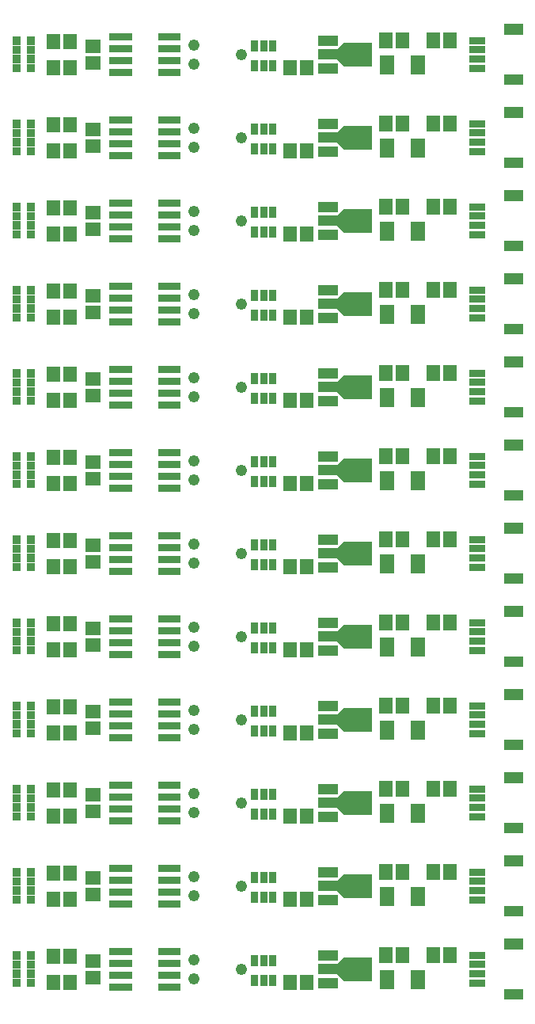
<source format=gbr>
G04 start of page 7 for group -4063 idx -4063 *
G04 Title: (unknown), componentmask *
G04 Creator: pcb 20140316 *
G04 CreationDate: Thu 20 Aug 2020 02:40:32 AM GMT UTC *
G04 For: railfan *
G04 Format: Gerber/RS-274X *
G04 PCB-Dimensions (mil): 2400.00 4300.00 *
G04 PCB-Coordinate-Origin: lower left *
%MOIN*%
%FSLAX25Y25*%
%LNTOPMASK*%
%ADD57R,0.0444X0.0444*%
%ADD56R,0.0296X0.0296*%
%ADD55R,0.1005X0.1005*%
%ADD54R,0.0438X0.0438*%
%ADD53R,0.0610X0.0610*%
%ADD52C,0.0001*%
%ADD51R,0.0300X0.0300*%
%ADD50R,0.0572X0.0572*%
%ADD49C,0.0490*%
G54D49*X109000Y302500D03*
Y267500D03*
Y232500D03*
Y197500D03*
X89000Y306500D03*
Y298500D03*
Y271500D03*
Y263500D03*
Y236500D03*
Y228500D03*
Y201500D03*
Y193500D03*
X109000Y372500D03*
X89000Y376500D03*
Y368500D03*
X109000Y337500D03*
X89000Y341500D03*
X109000Y407500D03*
X89000Y411500D03*
Y403500D03*
Y333500D03*
X109000Y162500D03*
Y127500D03*
Y92500D03*
Y57500D03*
X89000Y166500D03*
Y158500D03*
Y131500D03*
Y123500D03*
Y96500D03*
Y88500D03*
Y61500D03*
Y53500D03*
X109000Y22500D03*
X89000Y26500D03*
Y18500D03*
G54D50*X46107Y403957D02*X46893D01*
X46107Y411043D02*X46893D01*
X37043Y402393D02*Y401607D01*
Y413393D02*Y412607D01*
G54D51*X55000Y400000D02*X61500D01*
X55000Y415000D02*X61500D01*
X55000Y410000D02*X61500D01*
X55000Y405000D02*X61500D01*
G54D50*X29957Y402393D02*Y401607D01*
Y413393D02*Y412607D01*
G54D52*G36*
X18774Y403490D02*Y400054D01*
X22210D01*
Y403490D01*
X18774D01*
G37*
G36*
Y407308D02*Y403874D01*
X22210D01*
Y407308D01*
X18774D01*
G37*
G36*
Y411127D02*Y407692D01*
X22210D01*
Y411127D01*
X18774D01*
G37*
G36*
Y414946D02*Y411510D01*
X22210D01*
Y414946D01*
X18774D01*
G37*
G36*
X12790D02*Y411510D01*
X16226D01*
Y414946D01*
X12790D01*
G37*
G36*
Y411127D02*Y407692D01*
X16226D01*
Y411127D01*
X12790D01*
G37*
G36*
Y407308D02*Y403874D01*
X16226D01*
Y407308D01*
X12790D01*
G37*
G36*
Y403490D02*Y400054D01*
X16226D01*
Y403490D01*
X12790D01*
G37*
G54D50*X29957Y378393D02*Y377607D01*
X37043Y378393D02*Y377607D01*
X29957Y367393D02*Y366607D01*
G54D52*G36*
X18774Y368490D02*Y365054D01*
X22210D01*
Y368490D01*
X18774D01*
G37*
G36*
Y372308D02*Y368874D01*
X22210D01*
Y372308D01*
X18774D01*
G37*
G36*
Y376126D02*Y372692D01*
X22210D01*
Y376126D01*
X18774D01*
G37*
G36*
Y379946D02*Y376510D01*
X22210D01*
Y379946D01*
X18774D01*
G37*
G36*
X12790D02*Y376510D01*
X16226D01*
Y379946D01*
X12790D01*
G37*
G36*
Y376126D02*Y372692D01*
X16226D01*
Y376126D01*
X12790D01*
G37*
G36*
Y372308D02*Y368874D01*
X16226D01*
Y372308D01*
X12790D01*
G37*
G36*
Y368490D02*Y365054D01*
X16226D01*
Y368490D01*
X12790D01*
G37*
G54D51*X122400Y411800D02*Y410200D01*
X118500Y411800D02*Y410200D01*
X114600Y411800D02*Y410200D01*
Y403600D02*Y402000D01*
X118500Y403600D02*Y402000D01*
X122400Y403600D02*Y402000D01*
G54D50*X136543Y402393D02*Y401607D01*
X129457Y402393D02*Y401607D01*
G54D51*X75500Y400000D02*X82000D01*
X75500Y405000D02*X82000D01*
X75500Y410000D02*X82000D01*
X75500Y415000D02*X82000D01*
X114600Y368600D02*Y367000D01*
X118500Y368600D02*Y367000D01*
X122400Y368600D02*Y367000D01*
G54D50*X136543Y367393D02*Y366607D01*
X129457Y367393D02*Y366607D01*
G54D51*X122400Y376800D02*Y375200D01*
X118500Y376800D02*Y375200D01*
X114600Y376800D02*Y375200D01*
X75500Y365000D02*X82000D01*
X75500Y370000D02*X82000D01*
X75500Y375000D02*X82000D01*
X75500Y380000D02*X82000D01*
G54D50*X46107Y368957D02*X46893D01*
X46107Y376043D02*X46893D01*
X37043Y367393D02*Y366607D01*
G54D51*X55000Y370000D02*X61500D01*
X55000Y365000D02*X61500D01*
X55000Y380000D02*X61500D01*
X55000Y375000D02*X61500D01*
G54D50*X46107Y333957D02*X46893D01*
X29957Y332393D02*Y331607D01*
X37043Y332393D02*Y331607D01*
X46107Y341043D02*X46893D01*
X29957Y343393D02*Y342607D01*
X37043Y343393D02*Y342607D01*
G54D51*X55000Y345000D02*X61500D01*
X55000Y340000D02*X61500D01*
X55000Y335000D02*X61500D01*
X55000Y330000D02*X61500D01*
G54D52*G36*
X18774Y333490D02*Y330054D01*
X22210D01*
Y333490D01*
X18774D01*
G37*
G36*
Y337308D02*Y333874D01*
X22210D01*
Y337308D01*
X18774D01*
G37*
G36*
Y341126D02*Y337692D01*
X22210D01*
Y341126D01*
X18774D01*
G37*
G36*
Y344946D02*Y341510D01*
X22210D01*
Y344946D01*
X18774D01*
G37*
G36*
X12790D02*Y341510D01*
X16226D01*
Y344946D01*
X12790D01*
G37*
G36*
Y341126D02*Y337692D01*
X16226D01*
Y341126D01*
X12790D01*
G37*
G36*
Y337308D02*Y333874D01*
X16226D01*
Y337308D01*
X12790D01*
G37*
G36*
Y333490D02*Y330054D01*
X16226D01*
Y333490D01*
X12790D01*
G37*
G54D53*X183500Y404000D02*Y402000D01*
X170500Y404000D02*Y402000D01*
X183500Y369000D02*Y367000D01*
X170500Y369000D02*Y367000D01*
G54D50*X177043Y378893D02*Y378107D01*
X169957Y413893D02*Y413107D01*
X177043Y413893D02*Y413107D01*
X189957Y413893D02*Y413107D01*
X197043Y413893D02*Y413107D01*
X189957Y378893D02*Y378107D01*
G54D54*X143516Y413406D02*X147610D01*
X143516Y407500D02*X155326D01*
G54D55*X157060D02*X158950D01*
G54D52*G36*
X149071Y409385D02*X152335Y412649D01*
X154179Y410805D01*
X150915Y407541D01*
X149071Y409385D01*
G37*
G36*
X150915Y407459D02*X154179Y404195D01*
X152335Y402351D01*
X149071Y405615D01*
X150915Y407459D01*
G37*
G54D54*X143516Y401594D02*X147610D01*
G54D56*X206630Y401594D02*X210370D01*
G54D57*X222132Y396919D02*X225380D01*
G54D56*X206630Y405531D02*X210370D01*
X206630Y409469D02*X210370D01*
X206630Y413406D02*X210370D01*
G54D57*X222132Y418081D02*X225380D01*
G54D56*X206630Y366594D02*X210370D01*
X206630Y370531D02*X210370D01*
X206630Y374469D02*X210370D01*
X206630Y378406D02*X210370D01*
G54D57*X222132Y361919D02*X225380D01*
X222132Y383081D02*X225380D01*
G54D54*X143516Y378406D02*X147610D01*
X143516Y372500D02*X155326D01*
G54D55*X157060D02*X158950D01*
G54D52*G36*
X149071Y374385D02*X152335Y377649D01*
X154179Y375805D01*
X150915Y372541D01*
X149071Y374385D01*
G37*
G36*
X150915Y372459D02*X154179Y369195D01*
X152335Y367351D01*
X149071Y370615D01*
X150915Y372459D01*
G37*
G54D54*X143516Y366594D02*X147610D01*
X143516Y343406D02*X147610D01*
X143516Y337500D02*X155326D01*
G54D55*X157060D02*X158950D01*
G54D52*G36*
X149071Y339385D02*X152335Y342649D01*
X154179Y340805D01*
X150915Y337541D01*
X149071Y339385D01*
G37*
G36*
X150915Y337459D02*X154179Y334195D01*
X152335Y332351D01*
X149071Y335615D01*
X150915Y337459D01*
G37*
G54D54*X143516Y331594D02*X147610D01*
G54D50*X169957Y378893D02*Y378107D01*
G54D53*X170500Y299000D02*Y297000D01*
G54D50*X169957Y308893D02*Y308107D01*
G54D53*X170500Y264000D02*Y262000D01*
G54D50*X169957Y273893D02*Y273107D01*
X197043Y378893D02*Y378107D01*
Y308893D02*Y308107D01*
G54D53*X183500Y334000D02*Y332000D01*
X170500Y334000D02*Y332000D01*
G54D50*X169957Y343893D02*Y343107D01*
X177043Y343893D02*Y343107D01*
X189957Y343893D02*Y343107D01*
X197043Y343893D02*Y343107D01*
G54D53*X183500Y299000D02*Y297000D01*
G54D50*X177043Y308893D02*Y308107D01*
X189957Y308893D02*Y308107D01*
G54D53*X183500Y264000D02*Y262000D01*
G54D50*X177043Y273893D02*Y273107D01*
X189957Y273893D02*Y273107D01*
X197043Y273893D02*Y273107D01*
G54D56*X206630Y331594D02*X210370D01*
X206630Y335531D02*X210370D01*
X206630Y339469D02*X210370D01*
X206630Y343406D02*X210370D01*
G54D57*X222132Y326919D02*X225380D01*
X222132Y348081D02*X225380D01*
G54D56*X206630Y308406D02*X210370D01*
G54D54*X143516Y308406D02*X147610D01*
X143516Y302500D02*X155326D01*
G54D55*X157060D02*X158950D01*
G54D52*G36*
X149071Y304385D02*X152335Y307649D01*
X154179Y305805D01*
X150915Y302541D01*
X149071Y304385D01*
G37*
G36*
X150915Y302459D02*X154179Y299195D01*
X152335Y297351D01*
X149071Y300615D01*
X150915Y302459D01*
G37*
G54D54*X143516Y296594D02*X147610D01*
G54D56*X206630Y296594D02*X210370D01*
X206630Y261594D02*X210370D01*
X206630Y265531D02*X210370D01*
X206630Y269469D02*X210370D01*
X206630Y273406D02*X210370D01*
X206630Y300531D02*X210370D01*
X206630Y304469D02*X210370D01*
G54D57*X222132Y291919D02*X225380D01*
X222132Y313081D02*X225380D01*
X222132Y256919D02*X225380D01*
X222132Y278081D02*X225380D01*
G54D54*X143516Y273406D02*X147610D01*
X143516Y267500D02*X155326D01*
G54D55*X157060D02*X158950D01*
G54D52*G36*
X149071Y269385D02*X152335Y272649D01*
X154179Y270805D01*
X150915Y267541D01*
X149071Y269385D01*
G37*
G36*
X150915Y267459D02*X154179Y264195D01*
X152335Y262351D01*
X149071Y265615D01*
X150915Y267459D01*
G37*
G54D54*X143516Y261594D02*X147610D01*
X143516Y238406D02*X147610D01*
X143516Y232500D02*X155326D01*
X143516Y226594D02*X147610D01*
G54D55*X157060Y232500D02*X158950D01*
G54D52*G36*
X149071Y234385D02*X152335Y237649D01*
X154179Y235805D01*
X150915Y232541D01*
X149071Y234385D01*
G37*
G36*
X150915Y232459D02*X154179Y229195D01*
X152335Y227351D01*
X149071Y230615D01*
X150915Y232459D01*
G37*
G54D53*X183500Y229000D02*Y227000D01*
G54D50*X189957Y238893D02*Y238107D01*
X197043Y238893D02*Y238107D01*
G54D53*X183500Y194000D02*Y192000D01*
G54D50*X189957Y203893D02*Y203107D01*
X197043Y203893D02*Y203107D01*
G54D53*X170500Y229000D02*Y227000D01*
G54D50*X169957Y238893D02*Y238107D01*
X177043Y238893D02*Y238107D01*
G54D53*X170500Y194000D02*Y192000D01*
G54D50*X169957Y203893D02*Y203107D01*
X177043Y203893D02*Y203107D01*
G54D54*X143516Y203406D02*X147610D01*
X143516Y197500D02*X155326D01*
G54D55*X157060D02*X158950D01*
G54D52*G36*
X149071Y199385D02*X152335Y202649D01*
X154179Y200805D01*
X150915Y197541D01*
X149071Y199385D01*
G37*
G36*
X150915Y197459D02*X154179Y194195D01*
X152335Y192351D01*
X149071Y195615D01*
X150915Y197459D01*
G37*
G54D54*X143516Y191594D02*X147610D01*
G54D56*X206630Y226594D02*X210370D01*
X206630Y230531D02*X210370D01*
G54D57*X222132Y221919D02*X225380D01*
G54D56*X206630Y234469D02*X210370D01*
X206630Y238406D02*X210370D01*
X206630Y191594D02*X210370D01*
X206630Y195531D02*X210370D01*
X206630Y199469D02*X210370D01*
X206630Y203406D02*X210370D01*
G54D57*X222132Y243081D02*X225380D01*
X222132Y186919D02*X225380D01*
X222132Y208081D02*X225380D01*
X222132Y173081D02*X225380D01*
X222132Y116919D02*X225380D01*
X222132Y138081D02*X225380D01*
G54D53*X183500Y159000D02*Y157000D01*
G54D50*X189957Y168893D02*Y168107D01*
X197043Y168893D02*Y168107D01*
X189957Y133893D02*Y133107D01*
X197043Y133893D02*Y133107D01*
G54D53*X170500Y159000D02*Y157000D01*
G54D50*X169957Y168893D02*Y168107D01*
X177043Y168893D02*Y168107D01*
G54D53*X170500Y124000D02*Y122000D01*
G54D50*X169957Y133893D02*Y133107D01*
X177043Y133893D02*Y133107D01*
G54D54*X143516Y168406D02*X147610D01*
X143516Y162500D02*X155326D01*
G54D55*X157060D02*X158950D01*
G54D52*G36*
X149071Y164385D02*X152335Y167649D01*
X154179Y165805D01*
X150915Y162541D01*
X149071Y164385D01*
G37*
G36*
X150915Y162459D02*X154179Y159195D01*
X152335Y157351D01*
X149071Y160615D01*
X150915Y162459D01*
G37*
G54D54*X143516Y156594D02*X147610D01*
G54D56*X206630Y156594D02*X210370D01*
G54D57*X222132Y151919D02*X225380D01*
G54D56*X206630Y160531D02*X210370D01*
X206630Y121594D02*X210370D01*
X206630Y125531D02*X210370D01*
X206630Y129469D02*X210370D01*
X206630Y133406D02*X210370D01*
X206630Y164469D02*X210370D01*
X206630Y168406D02*X210370D01*
G54D54*X143516Y133406D02*X147610D01*
X143516Y127500D02*X155326D01*
X143516Y121594D02*X147610D01*
G54D55*X157060Y127500D02*X158950D01*
G54D52*G36*
X149071Y129385D02*X152335Y132649D01*
X154179Y130805D01*
X150915Y127541D01*
X149071Y129385D01*
G37*
G36*
X150915Y127459D02*X154179Y124195D01*
X152335Y122351D01*
X149071Y125615D01*
X150915Y127459D01*
G37*
G54D53*X183500Y124000D02*Y122000D01*
Y89000D02*Y87000D01*
X170500Y89000D02*Y87000D01*
G54D50*X169957Y98893D02*Y98107D01*
X177043Y98893D02*Y98107D01*
X189957Y98893D02*Y98107D01*
X197043Y98893D02*Y98107D01*
G54D54*X143516Y98406D02*X147610D01*
X143516Y92500D02*X155326D01*
G54D55*X157060D02*X158950D01*
G54D52*G36*
X149071Y94385D02*X152335Y97649D01*
X154179Y95805D01*
X150915Y92541D01*
X149071Y94385D01*
G37*
G36*
X150915Y92459D02*X154179Y89195D01*
X152335Y87351D01*
X149071Y90615D01*
X150915Y92459D01*
G37*
G54D54*X143516Y86594D02*X147610D01*
X143516Y63406D02*X147610D01*
G54D50*X189957Y63893D02*Y63107D01*
X197043Y63893D02*Y63107D01*
G54D54*X143516Y57500D02*X155326D01*
X143516Y51594D02*X147610D01*
G54D55*X157060Y57500D02*X158950D01*
G54D52*G36*
X149071Y59385D02*X152335Y62649D01*
X154179Y60805D01*
X150915Y57541D01*
X149071Y59385D01*
G37*
G36*
X150915Y57459D02*X154179Y54195D01*
X152335Y52351D01*
X149071Y55615D01*
X150915Y57459D01*
G37*
G54D56*X206630Y86594D02*X210370D01*
X206630Y90531D02*X210370D01*
G54D57*X222132Y81919D02*X225380D01*
X222132Y68081D02*X225380D01*
G54D56*X206630Y94469D02*X210370D01*
X206630Y51594D02*X210370D01*
X206630Y55531D02*X210370D01*
X206630Y59469D02*X210370D01*
X206630Y63406D02*X210370D01*
X206630Y98406D02*X210370D01*
G54D57*X222132Y103081D02*X225380D01*
X222132Y46919D02*X225380D01*
X222132Y11919D02*X225380D01*
X222132Y33081D02*X225380D01*
G54D53*X183500Y54000D02*Y52000D01*
X170500Y54000D02*Y52000D01*
G54D50*X169957Y63893D02*Y63107D01*
X177043Y63893D02*Y63107D01*
G54D56*X206630Y16594D02*X210370D01*
X206630Y20531D02*X210370D01*
X206630Y24469D02*X210370D01*
X206630Y28406D02*X210370D01*
G54D54*X143516Y28406D02*X147610D01*
X143516Y22500D02*X155326D01*
G54D55*X157060D02*X158950D01*
G54D52*G36*
X149071Y24385D02*X152335Y27649D01*
X154179Y25805D01*
X150915Y22541D01*
X149071Y24385D01*
G37*
G36*
X150915Y22459D02*X154179Y19195D01*
X152335Y17351D01*
X149071Y20615D01*
X150915Y22459D01*
G37*
G54D54*X143516Y16594D02*X147610D01*
G54D53*X183500Y19000D02*Y17000D01*
X170500Y19000D02*Y17000D01*
G54D50*X169957Y28893D02*Y28107D01*
X177043Y28893D02*Y28107D01*
X189957Y28893D02*Y28107D01*
X197043Y28893D02*Y28107D01*
X46107Y298957D02*X46893D01*
X46107Y306043D02*X46893D01*
G54D51*X55000Y295000D02*X61500D01*
X55000Y310000D02*X61500D01*
X55000Y305000D02*X61500D01*
X55000Y300000D02*X61500D01*
G54D50*X29957Y297393D02*Y296607D01*
X37043Y297393D02*Y296607D01*
Y308393D02*Y307607D01*
X29957Y308393D02*Y307607D01*
G54D52*G36*
X18774Y298490D02*Y295054D01*
X22210D01*
Y298490D01*
X18774D01*
G37*
G36*
Y302308D02*Y298874D01*
X22210D01*
Y302308D01*
X18774D01*
G37*
G36*
Y306126D02*Y302692D01*
X22210D01*
Y306126D01*
X18774D01*
G37*
G36*
Y309946D02*Y306510D01*
X22210D01*
Y309946D01*
X18774D01*
G37*
G36*
X12790D02*Y306510D01*
X16226D01*
Y309946D01*
X12790D01*
G37*
G36*
Y306126D02*Y302692D01*
X16226D01*
Y306126D01*
X12790D01*
G37*
G36*
Y302308D02*Y298874D01*
X16226D01*
Y302308D01*
X12790D01*
G37*
G36*
Y298490D02*Y295054D01*
X16226D01*
Y298490D01*
X12790D01*
G37*
G54D50*X46107Y263957D02*X46893D01*
X46107Y271043D02*X46893D01*
G54D51*X55000Y260000D02*X61500D01*
X55000Y275000D02*X61500D01*
X55000Y270000D02*X61500D01*
X55000Y265000D02*X61500D01*
G54D50*X29957Y262393D02*Y261607D01*
X37043Y262393D02*Y261607D01*
Y273393D02*Y272607D01*
X29957Y273393D02*Y272607D01*
G54D52*G36*
X18774Y263490D02*Y260054D01*
X22210D01*
Y263490D01*
X18774D01*
G37*
G36*
Y267308D02*Y263874D01*
X22210D01*
Y267308D01*
X18774D01*
G37*
G36*
Y271126D02*Y267692D01*
X22210D01*
Y271126D01*
X18774D01*
G37*
G36*
Y274946D02*Y271510D01*
X22210D01*
Y274946D01*
X18774D01*
G37*
G36*
X12790D02*Y271510D01*
X16226D01*
Y274946D01*
X12790D01*
G37*
G36*
Y271126D02*Y267692D01*
X16226D01*
Y271126D01*
X12790D01*
G37*
G36*
Y267308D02*Y263874D01*
X16226D01*
Y267308D01*
X12790D01*
G37*
G36*
Y263490D02*Y260054D01*
X16226D01*
Y263490D01*
X12790D01*
G37*
G54D51*X75500Y330000D02*X82000D01*
X75500Y335000D02*X82000D01*
X75500Y340000D02*X82000D01*
X75500Y345000D02*X82000D01*
X122400Y341800D02*Y340200D01*
X118500Y341800D02*Y340200D01*
X114600Y341800D02*Y340200D01*
Y333600D02*Y332000D01*
X118500Y333600D02*Y332000D01*
X122400Y333600D02*Y332000D01*
G54D50*X136543Y332393D02*Y331607D01*
X129457Y332393D02*Y331607D01*
G54D51*X114600Y298600D02*Y297000D01*
X118500Y298600D02*Y297000D01*
X122400Y298600D02*Y297000D01*
G54D50*X136543Y297393D02*Y296607D01*
X129457Y297393D02*Y296607D01*
G54D51*X122400Y306800D02*Y305200D01*
X118500Y306800D02*Y305200D01*
X114600Y306800D02*Y305200D01*
X75500Y295000D02*X82000D01*
X75500Y300000D02*X82000D01*
X75500Y305000D02*X82000D01*
X75500Y310000D02*X82000D01*
X114600Y263600D02*Y262000D01*
X118500Y263600D02*Y262000D01*
X122400Y263600D02*Y262000D01*
G54D50*X136543Y262393D02*Y261607D01*
X129457Y262393D02*Y261607D01*
G54D51*X122400Y271800D02*Y270200D01*
X118500Y271800D02*Y270200D01*
X114600Y271800D02*Y270200D01*
X75500Y260000D02*X82000D01*
X75500Y265000D02*X82000D01*
X75500Y270000D02*X82000D01*
X75500Y275000D02*X82000D01*
G54D50*X46107Y228957D02*X46893D01*
X46107Y236043D02*X46893D01*
G54D51*X55000Y225000D02*X61500D01*
X55000Y240000D02*X61500D01*
X55000Y235000D02*X61500D01*
X55000Y230000D02*X61500D01*
G54D50*X29957Y227393D02*Y226607D01*
X37043Y227393D02*Y226607D01*
Y238393D02*Y237607D01*
X29957Y238393D02*Y237607D01*
G54D52*G36*
X18774Y228490D02*Y225054D01*
X22210D01*
Y228490D01*
X18774D01*
G37*
G36*
Y232308D02*Y228874D01*
X22210D01*
Y232308D01*
X18774D01*
G37*
G36*
Y236126D02*Y232692D01*
X22210D01*
Y236126D01*
X18774D01*
G37*
G36*
Y239946D02*Y236510D01*
X22210D01*
Y239946D01*
X18774D01*
G37*
G36*
X12790D02*Y236510D01*
X16226D01*
Y239946D01*
X12790D01*
G37*
G36*
Y236126D02*Y232692D01*
X16226D01*
Y236126D01*
X12790D01*
G37*
G36*
Y232308D02*Y228874D01*
X16226D01*
Y232308D01*
X12790D01*
G37*
G36*
Y228490D02*Y225054D01*
X16226D01*
Y228490D01*
X12790D01*
G37*
G54D50*X46107Y193957D02*X46893D01*
X46107Y201043D02*X46893D01*
G54D51*X55000Y190000D02*X61500D01*
X55000Y205000D02*X61500D01*
X55000Y200000D02*X61500D01*
X55000Y195000D02*X61500D01*
G54D50*X29957Y192393D02*Y191607D01*
X37043Y192393D02*Y191607D01*
Y203393D02*Y202607D01*
X29957Y203393D02*Y202607D01*
G54D52*G36*
X18774Y193490D02*Y190054D01*
X22210D01*
Y193490D01*
X18774D01*
G37*
G36*
Y197308D02*Y193874D01*
X22210D01*
Y197308D01*
X18774D01*
G37*
G36*
Y201126D02*Y197692D01*
X22210D01*
Y201126D01*
X18774D01*
G37*
G36*
Y204946D02*Y201510D01*
X22210D01*
Y204946D01*
X18774D01*
G37*
G36*
X12790D02*Y201510D01*
X16226D01*
Y204946D01*
X12790D01*
G37*
G36*
Y201126D02*Y197692D01*
X16226D01*
Y201126D01*
X12790D01*
G37*
G36*
Y197308D02*Y193874D01*
X16226D01*
Y197308D01*
X12790D01*
G37*
G36*
Y193490D02*Y190054D01*
X16226D01*
Y193490D01*
X12790D01*
G37*
G54D51*X114600Y228600D02*Y227000D01*
X118500Y228600D02*Y227000D01*
X122400Y228600D02*Y227000D01*
G54D50*X136543Y227393D02*Y226607D01*
X129457Y227393D02*Y226607D01*
G54D51*X122400Y236800D02*Y235200D01*
X118500Y236800D02*Y235200D01*
X114600Y236800D02*Y235200D01*
X75500Y225000D02*X82000D01*
X75500Y230000D02*X82000D01*
X75500Y235000D02*X82000D01*
X75500Y240000D02*X82000D01*
X114600Y193600D02*Y192000D01*
X118500Y193600D02*Y192000D01*
X122400Y193600D02*Y192000D01*
G54D50*X136543Y192393D02*Y191607D01*
X129457Y192393D02*Y191607D01*
G54D51*X122400Y201800D02*Y200200D01*
X118500Y201800D02*Y200200D01*
X114600Y201800D02*Y200200D01*
X75500Y190000D02*X82000D01*
X75500Y195000D02*X82000D01*
X75500Y200000D02*X82000D01*
X75500Y205000D02*X82000D01*
X114600Y158600D02*Y157000D01*
X118500Y158600D02*Y157000D01*
X122400Y158600D02*Y157000D01*
G54D50*X136543Y157393D02*Y156607D01*
X129457Y157393D02*Y156607D01*
G54D51*X122400Y166800D02*Y165200D01*
X118500Y166800D02*Y165200D01*
X114600Y166800D02*Y165200D01*
X75500Y155000D02*X82000D01*
X75500Y160000D02*X82000D01*
X75500Y165000D02*X82000D01*
X75500Y170000D02*X82000D01*
X114600Y123600D02*Y122000D01*
X118500Y123600D02*Y122000D01*
X122400Y123600D02*Y122000D01*
G54D50*X136543Y122393D02*Y121607D01*
X129457Y122393D02*Y121607D01*
G54D51*X122400Y131800D02*Y130200D01*
X118500Y131800D02*Y130200D01*
X114600Y131800D02*Y130200D01*
X75500Y120000D02*X82000D01*
X75500Y125000D02*X82000D01*
X75500Y130000D02*X82000D01*
X75500Y135000D02*X82000D01*
X114600Y88600D02*Y87000D01*
X118500Y88600D02*Y87000D01*
X122400Y88600D02*Y87000D01*
G54D50*X136543Y87393D02*Y86607D01*
X129457Y87393D02*Y86607D01*
G54D51*X122400Y96800D02*Y95200D01*
X118500Y96800D02*Y95200D01*
X114600Y96800D02*Y95200D01*
X75500Y85000D02*X82000D01*
X75500Y90000D02*X82000D01*
X75500Y95000D02*X82000D01*
X75500Y100000D02*X82000D01*
X114600Y53600D02*Y52000D01*
X118500Y53600D02*Y52000D01*
X122400Y53600D02*Y52000D01*
G54D50*X136543Y52393D02*Y51607D01*
X129457Y52393D02*Y51607D01*
G54D51*X122400Y61800D02*Y60200D01*
X118500Y61800D02*Y60200D01*
X114600Y61800D02*Y60200D01*
X75500Y50000D02*X82000D01*
X75500Y55000D02*X82000D01*
X75500Y60000D02*X82000D01*
X75500Y65000D02*X82000D01*
X114600Y18600D02*Y17000D01*
X118500Y18600D02*Y17000D01*
X122400Y18600D02*Y17000D01*
G54D50*X136543Y17393D02*Y16607D01*
X129457Y17393D02*Y16607D01*
G54D51*X122400Y26800D02*Y25200D01*
X118500Y26800D02*Y25200D01*
X114600Y26800D02*Y25200D01*
X75500Y15000D02*X82000D01*
X75500Y20000D02*X82000D01*
X75500Y25000D02*X82000D01*
X75500Y30000D02*X82000D01*
G54D50*X46107Y158957D02*X46893D01*
X46107Y166043D02*X46893D01*
G54D51*X55000Y155000D02*X61500D01*
X55000Y170000D02*X61500D01*
X55000Y165000D02*X61500D01*
X55000Y160000D02*X61500D01*
G54D50*X29957Y157393D02*Y156607D01*
X37043Y157393D02*Y156607D01*
Y168393D02*Y167607D01*
X29957Y168393D02*Y167607D01*
G54D52*G36*
X18774Y158490D02*Y155054D01*
X22210D01*
Y158490D01*
X18774D01*
G37*
G36*
Y162308D02*Y158874D01*
X22210D01*
Y162308D01*
X18774D01*
G37*
G36*
Y166126D02*Y162692D01*
X22210D01*
Y166126D01*
X18774D01*
G37*
G36*
Y169946D02*Y166510D01*
X22210D01*
Y169946D01*
X18774D01*
G37*
G36*
X12790D02*Y166510D01*
X16226D01*
Y169946D01*
X12790D01*
G37*
G36*
Y166126D02*Y162692D01*
X16226D01*
Y166126D01*
X12790D01*
G37*
G36*
Y162308D02*Y158874D01*
X16226D01*
Y162308D01*
X12790D01*
G37*
G36*
Y158490D02*Y155054D01*
X16226D01*
Y158490D01*
X12790D01*
G37*
G54D50*X46107Y123957D02*X46893D01*
X46107Y131043D02*X46893D01*
G54D51*X55000Y120000D02*X61500D01*
X55000Y135000D02*X61500D01*
X55000Y130000D02*X61500D01*
X55000Y125000D02*X61500D01*
G54D50*X29957Y122393D02*Y121607D01*
X37043Y122393D02*Y121607D01*
Y133393D02*Y132607D01*
X29957Y133393D02*Y132607D01*
G54D52*G36*
X18774Y123490D02*Y120054D01*
X22210D01*
Y123490D01*
X18774D01*
G37*
G36*
Y127308D02*Y123873D01*
X22210D01*
Y127308D01*
X18774D01*
G37*
G36*
Y131126D02*Y127692D01*
X22210D01*
Y131126D01*
X18774D01*
G37*
G36*
Y134946D02*Y131510D01*
X22210D01*
Y134946D01*
X18774D01*
G37*
G36*
X12790D02*Y131510D01*
X16226D01*
Y134946D01*
X12790D01*
G37*
G36*
Y131126D02*Y127692D01*
X16226D01*
Y131126D01*
X12790D01*
G37*
G36*
Y127308D02*Y123873D01*
X16226D01*
Y127308D01*
X12790D01*
G37*
G36*
Y123490D02*Y120054D01*
X16226D01*
Y123490D01*
X12790D01*
G37*
G54D50*X46107Y88957D02*X46893D01*
X46107Y96043D02*X46893D01*
G54D51*X55000Y85000D02*X61500D01*
X55000Y100000D02*X61500D01*
X55000Y95000D02*X61500D01*
X55000Y90000D02*X61500D01*
G54D50*X29957Y87393D02*Y86607D01*
X37043Y87393D02*Y86607D01*
Y98393D02*Y97607D01*
X29957Y98393D02*Y97607D01*
G54D52*G36*
X18774Y88490D02*Y85054D01*
X22210D01*
Y88490D01*
X18774D01*
G37*
G36*
Y92308D02*Y88874D01*
X22210D01*
Y92308D01*
X18774D01*
G37*
G36*
Y96126D02*Y92692D01*
X22210D01*
Y96126D01*
X18774D01*
G37*
G36*
Y99946D02*Y96510D01*
X22210D01*
Y99946D01*
X18774D01*
G37*
G36*
X12790D02*Y96510D01*
X16226D01*
Y99946D01*
X12790D01*
G37*
G36*
Y96126D02*Y92692D01*
X16226D01*
Y96126D01*
X12790D01*
G37*
G36*
Y92308D02*Y88874D01*
X16226D01*
Y92308D01*
X12790D01*
G37*
G36*
Y88490D02*Y85054D01*
X16226D01*
Y88490D01*
X12790D01*
G37*
G54D50*X46107Y53957D02*X46893D01*
X46107Y61043D02*X46893D01*
G54D51*X55000Y50000D02*X61500D01*
X55000Y65000D02*X61500D01*
X55000Y60000D02*X61500D01*
X55000Y55000D02*X61500D01*
G54D50*X29957Y52393D02*Y51607D01*
X37043Y52393D02*Y51607D01*
Y63393D02*Y62607D01*
X29957Y63393D02*Y62607D01*
G54D52*G36*
X18774Y53490D02*Y50054D01*
X22210D01*
Y53490D01*
X18774D01*
G37*
G36*
Y57308D02*Y53874D01*
X22210D01*
Y57308D01*
X18774D01*
G37*
G36*
Y61126D02*Y57692D01*
X22210D01*
Y61126D01*
X18774D01*
G37*
G36*
Y64946D02*Y61510D01*
X22210D01*
Y64946D01*
X18774D01*
G37*
G36*
X12790D02*Y61510D01*
X16226D01*
Y64946D01*
X12790D01*
G37*
G36*
Y61126D02*Y57692D01*
X16226D01*
Y61126D01*
X12790D01*
G37*
G36*
Y57308D02*Y53874D01*
X16226D01*
Y57308D01*
X12790D01*
G37*
G36*
Y53490D02*Y50054D01*
X16226D01*
Y53490D01*
X12790D01*
G37*
G54D50*X46107Y18957D02*X46893D01*
X46107Y26043D02*X46893D01*
G54D51*X55000Y15000D02*X61500D01*
X55000Y30000D02*X61500D01*
X55000Y25000D02*X61500D01*
X55000Y20000D02*X61500D01*
G54D50*X29957Y17393D02*Y16607D01*
X37043Y17393D02*Y16607D01*
Y28393D02*Y27607D01*
X29957Y28393D02*Y27607D01*
G54D52*G36*
X18774Y18490D02*Y15054D01*
X22210D01*
Y18490D01*
X18774D01*
G37*
G36*
Y22308D02*Y18874D01*
X22210D01*
Y22308D01*
X18774D01*
G37*
G36*
Y26126D02*Y22692D01*
X22210D01*
Y26126D01*
X18774D01*
G37*
G36*
Y29946D02*Y26510D01*
X22210D01*
Y29946D01*
X18774D01*
G37*
G36*
X12790D02*Y26510D01*
X16226D01*
Y29946D01*
X12790D01*
G37*
G36*
Y26126D02*Y22692D01*
X16226D01*
Y26126D01*
X12790D01*
G37*
G36*
Y22308D02*Y18874D01*
X16226D01*
Y22308D01*
X12790D01*
G37*
G36*
Y18490D02*Y15054D01*
X16226D01*
Y18490D01*
X12790D01*
G37*
M02*

</source>
